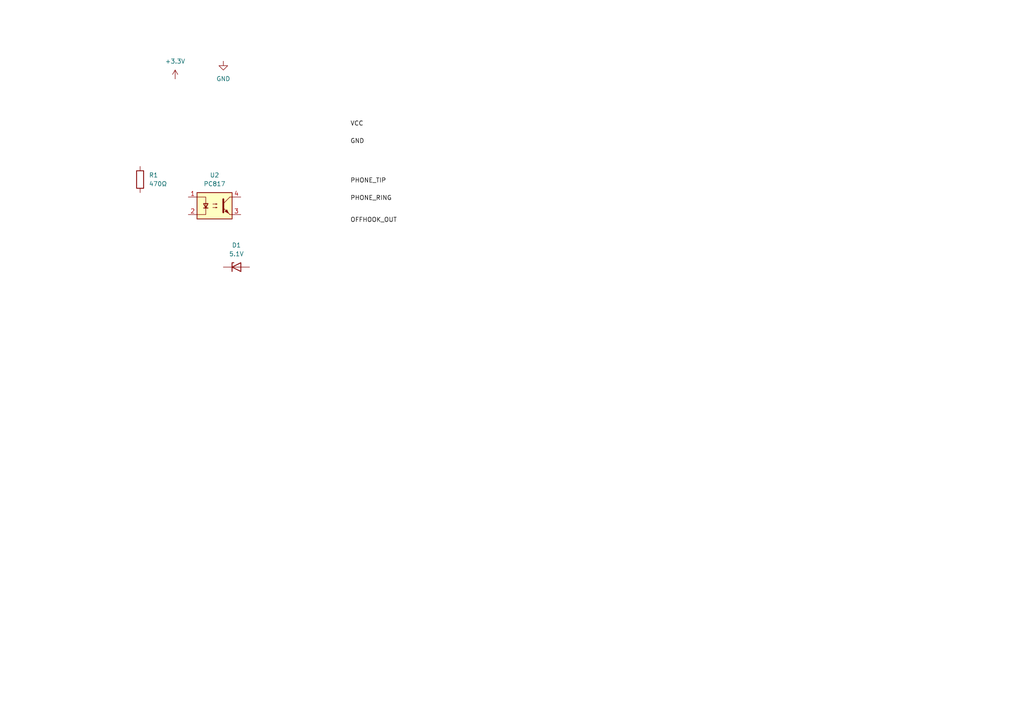
<source format=kicad_sch>
(kicad_sch (version 20231120) (generator "eeschema") (generator_version "8.0")
  (paper "A4")
  (lib_symbols
    (symbol "Device:D_Zener" (pin_numbers hide) (pin_names (offset 1.016) hide)
      (property "Reference" "D" (at 0 2.54 0))
      (property "Value" "D_Zener" (at 0 -2.54 0))
      (symbol "D_Zener_0_1"
        (polyline (pts (xy 1.27 0) (xy -1.27 0)))
        (polyline (pts (xy -1.27 -1.27) (xy -1.27 1.27) (xy -0.762 1.27)) (stroke (width 0.254)))
        (polyline (pts (xy 1.27 -1.27) (xy 1.27 1.27) (xy -1.27 0) (xy 1.27 -1.27)) (stroke (width 0.254)))
      )
      (symbol "D_Zener_1_1"
        (pin passive line (at -3.81 0 0) (length 2.54) (name "K") (number "1"))
        (pin passive line (at 3.81 0 180) (length 2.54) (name "A") (number "2"))
      )
    )
    (symbol "Device:R" (pin_numbers hide) (pin_names (offset 0))
      (property "Reference" "R" (at 2.032 0 90))
      (property "Value" "R" (at 0 0 90))
      (symbol "R_0_1"
        (rectangle (start -1.016 -2.54) (end 1.016 2.54) (stroke (width 0.254)))
      )
      (symbol "R_1_1"
        (pin passive line (at 0 3.81 270) (length 1.27) (name "~") (number "1"))
        (pin passive line (at 0 -3.81 90) (length 1.27) (name "~") (number "2"))
      )
    )
    (symbol "Isolator:PC817" (pin_names (offset 1.016))
      (property "Reference" "U" (at -5.08 5.08 0))
      (property "Value" "PC817" (at 0 5.08 0))
      (symbol "PC817_0_1"
        (rectangle (start -5.08 3.81) (end 5.08 -3.81) (stroke (width 0.254)) (fill (type background)))
        (polyline (pts (xy -3.175 -0.635) (xy -1.905 -0.635)) (stroke (width 0.254)))
        (polyline (pts (xy 2.54 0.635) (xy 4.445 2.54)))
        (polyline (pts (xy 4.445 -2.54) (xy 2.54 -0.635)) (fill (type outline)))
        (polyline (pts (xy 4.445 -2.54) (xy 5.08 -2.54)))
        (polyline (pts (xy 4.445 2.54) (xy 5.08 2.54)))
        (polyline (pts (xy -5.08 2.54) (xy -2.54 2.54) (xy -2.54 -0.635)))
        (polyline (pts (xy -2.54 -0.635) (xy -2.54 -2.54) (xy -5.08 -2.54)))
        (polyline (pts (xy 2.54 1.905) (xy 2.54 -1.905) (xy 2.54 -1.905)) (stroke (width 0.508)))
        (polyline (pts (xy -2.54 -0.635) (xy -3.175 0.635) (xy -1.905 0.635) (xy -2.54 -0.635)) (stroke (width 0.254)))
        (polyline (pts (xy -0.508 -0.508) (xy 0.762 -0.508) (xy 0.381 -0.635) (xy 0.381 -0.381) (xy 0.762 -0.508)))
        (polyline (pts (xy -0.508 0.508) (xy 0.762 0.508) (xy 0.381 0.381) (xy 0.381 0.635) (xy 0.762 0.508)))
        (polyline (pts (xy 3.048 -1.651) (xy 3.556 -1.143) (xy 4.064 -2.159) (xy 3.048 -1.651) (xy 3.048 -1.651)) (fill (type outline)))
      )
      (symbol "PC817_1_1"
        (pin passive line (at -7.62 2.54 0) (length 2.54) (name "~") (number "1"))
        (pin passive line (at -7.62 -2.54 0) (length 2.54) (name "~") (number "2"))
        (pin passive line (at 7.62 -2.54 180) (length 2.54) (name "~") (number "3"))
        (pin passive line (at 7.62 2.54 180) (length 2.54) (name "~") (number "4"))
      )
    )
    (symbol "power:+3.3V" (power) (pin_numbers hide) (pin_names (offset 0) hide)
      (property "Value" "+3.3V" (at 0 3.556 0))
      (symbol "+3.3V_0_1"
        (polyline (pts (xy -0.762 1.27) (xy 0 2.54)))
        (polyline (pts (xy 0 0) (xy 0 2.54)))
        (polyline (pts (xy 0 2.54) (xy 0.762 1.27)))
      )
      (symbol "+3.3V_1_1"
        (pin power_in line (at 0 0 90) (length 0) (name "~") (number "1"))
      )
    )
    (symbol "power:GND" (power) (pin_numbers hide) (pin_names (offset 0) hide)
      (property "Value" "GND" (at 0 -3.81 0))
      (symbol "GND_0_1"
        (polyline (pts (xy 0 0) (xy 0 -1.27) (xy 1.27 -1.27) (xy 0 -2.54) (xy -1.27 -1.27) (xy 0 -1.27)))
      )
      (symbol "GND_1_1"
        (pin power_in line (at 0 0 270) (length 0) (name "~") (number "1"))
      )
    )
  )
  (label "OFFHOOK_OUT" (at 101.6 64.77 0))
  (label "PHONE_TIP" (at 101.6 53.34 0))
  (label "VCC" (at 101.6 36.83 0))
  (label "PHONE_RING" (at 101.6 58.42 0))
  (label "GND" (at 101.6 41.91 0))
  (symbol (lib_id "Device:D_Zener") (at 68.58 77.47 0) (unit 1)
    (property "Reference" "D1" (at 68.58 71.12 0))
    (property "Value" "5.1V" (at 68.58 73.66 0))
    (property "Description" "Zener diode" (effects (hide yes)))
  )
  (symbol (lib_id "power:+3.3V") (at 50.8 22.86 0) (unit 1)
    (property "Reference" "#PWR01" (effects (hide yes)))
    (property "Value" "+3.3V" (at 50.8 17.78 0))
    (property "Description" "Power symbol creates a global label with name \"+3.3V\"" (effects (hide yes)))
  )
  (symbol (lib_id "Isolator:PC817") (at 62.23 59.69 0) (unit 1)
    (property "Reference" "U2" (at 62.23 50.8 0))
    (property "Value" "PC817" (at 62.23 53.34 0))
    (property "Footprint" "Package_DIP:DIP-4_W7.62mm" (effects (hide yes)))
    (property "Datasheet" "http://www.soselectronic.cz/a_info/resource/d/pc817.pdf" (effects (hide yes)))
    (property "Description" "DC Optocoupler, Vce 35V, CTR 50-300%, DIP-4" (effects (hide yes)))
  )
  (symbol (lib_id "Device:R") (at 40.64 52.07 0) (unit 1)
    (property "Reference" "R1" (at 43.18 50.7999 0) (effects (justify left)))
    (property "Value" "470Ω" (at 43.18 53.3399 0) (effects (justify left)))
    (property "Description" "Resistor" (effects (hide yes)))
    (property "Power" "1W" (effects (hide yes)))
  )
  (symbol (lib_id "power:GND") (at 64.77 17.78 0) (unit 1)
    (property "Reference" "#PWR02" (effects (hide yes)))
    (property "Value" "GND" (at 64.77 22.86 0))
    (property "Description" "Power symbol creates a global label with name \"GND\" , ground" (effects (hide yes)))
  )
)
</source>
